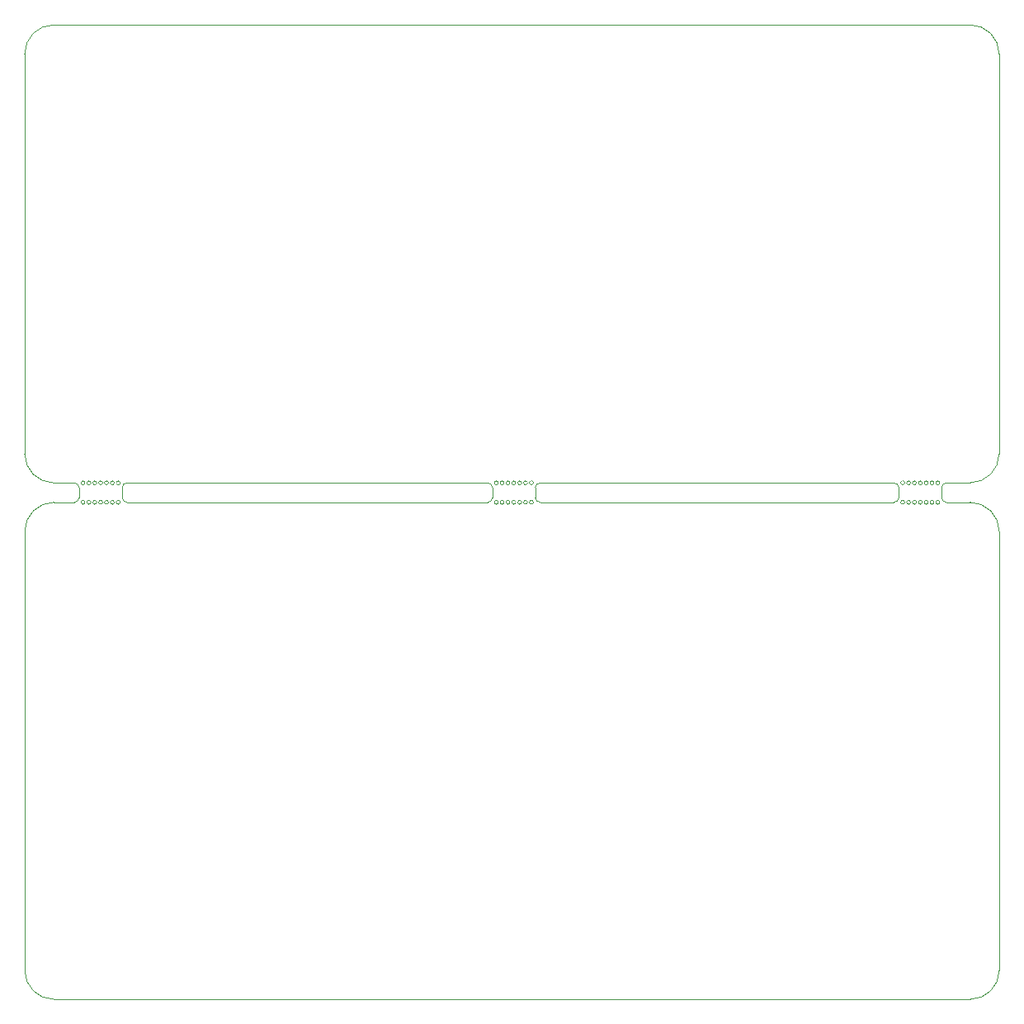
<source format=gbr>
%TF.GenerationSoftware,KiCad,Pcbnew,8.0.5*%
%TF.CreationDate,2024-10-06T16:45:38+11:00*%
%TF.ProjectId,TetrisKeyboard,54657472-6973-44b6-9579-626f6172642e,rev?*%
%TF.SameCoordinates,Original*%
%TF.FileFunction,Profile,NP*%
%FSLAX46Y46*%
G04 Gerber Fmt 4.6, Leading zero omitted, Abs format (unit mm)*
G04 Created by KiCad (PCBNEW 8.0.5) date 2024-10-06 16:45:38*
%MOMM*%
%LPD*%
G01*
G04 APERTURE LIST*
%TA.AperFunction,Profile*%
%ADD10C,0.050000*%
%TD*%
G04 APERTURE END LIST*
D10*
X67800000Y-78800000D02*
G75*
G02*
X67400000Y-78800000I-200000J0D01*
G01*
X67400000Y-78800000D02*
G75*
G02*
X67800000Y-78800000I200000J0D01*
G01*
X27800000Y-80800000D02*
G75*
G02*
X27400000Y-80800000I-200000J0D01*
G01*
X27400000Y-80800000D02*
G75*
G02*
X27800000Y-80800000I200000J0D01*
G01*
X115600000Y-78800000D02*
X113200000Y-78800000D01*
X18600000Y-34800000D02*
G75*
G02*
X21600000Y-31800000I3000000J0D01*
G01*
X69000000Y-78800000D02*
G75*
G02*
X68600000Y-78800000I-200000J0D01*
G01*
X68600000Y-78800000D02*
G75*
G02*
X69000000Y-78800000I200000J0D01*
G01*
X108900000Y-78800000D02*
G75*
G02*
X108500000Y-78800000I-200000J0D01*
G01*
X108500000Y-78800000D02*
G75*
G02*
X108900000Y-78800000I200000J0D01*
G01*
X66600000Y-79300000D02*
X66600000Y-80300000D01*
X28400000Y-80800000D02*
G75*
G02*
X28000000Y-80800000I-200000J0D01*
G01*
X28000000Y-80800000D02*
G75*
G02*
X28400000Y-80800000I200000J0D01*
G01*
X111300000Y-78800000D02*
G75*
G02*
X110900000Y-78800000I-200000J0D01*
G01*
X110900000Y-78800000D02*
G75*
G02*
X111300000Y-78800000I200000J0D01*
G01*
X111900000Y-78800000D02*
G75*
G02*
X111500000Y-78800000I-200000J0D01*
G01*
X111500000Y-78800000D02*
G75*
G02*
X111900000Y-78800000I200000J0D01*
G01*
X108300000Y-80300000D02*
G75*
G02*
X107800000Y-80800000I-500000J0D01*
G01*
X111300000Y-80800000D02*
G75*
G02*
X110900000Y-80800000I-200000J0D01*
G01*
X110900000Y-80800000D02*
G75*
G02*
X111300000Y-80800000I200000J0D01*
G01*
X67200000Y-78800000D02*
G75*
G02*
X66800000Y-78800000I-200000J0D01*
G01*
X66800000Y-78800000D02*
G75*
G02*
X67200000Y-78800000I200000J0D01*
G01*
X112500000Y-80800000D02*
G75*
G02*
X112100000Y-80800000I-200000J0D01*
G01*
X112100000Y-80800000D02*
G75*
G02*
X112500000Y-80800000I200000J0D01*
G01*
X24800000Y-80800000D02*
G75*
G02*
X24400000Y-80800000I-200000J0D01*
G01*
X24400000Y-80800000D02*
G75*
G02*
X24800000Y-80800000I200000J0D01*
G01*
X18600000Y-75800000D02*
X18600000Y-34800000D01*
X69000000Y-80800000D02*
G75*
G02*
X68600000Y-80800000I-200000J0D01*
G01*
X68600000Y-80800000D02*
G75*
G02*
X69000000Y-80800000I200000J0D01*
G01*
X66600000Y-80300000D02*
G75*
G02*
X66100000Y-80800000I-500000J0D01*
G01*
X118600000Y-75800000D02*
G75*
G02*
X115600000Y-78800000I-3000000J0D01*
G01*
X21600000Y-78800000D02*
G75*
G02*
X18600000Y-75800000I0J3000000D01*
G01*
X115610000Y-131800000D02*
X21610000Y-131800000D01*
X70800000Y-80800000D02*
G75*
G02*
X70400000Y-80800000I-200000J0D01*
G01*
X70400000Y-80800000D02*
G75*
G02*
X70800000Y-80800000I200000J0D01*
G01*
X24800000Y-78800000D02*
G75*
G02*
X24400000Y-78800000I-200000J0D01*
G01*
X24400000Y-78800000D02*
G75*
G02*
X24800000Y-78800000I200000J0D01*
G01*
X69600000Y-80800000D02*
G75*
G02*
X69200000Y-80800000I-200000J0D01*
G01*
X69200000Y-80800000D02*
G75*
G02*
X69600000Y-80800000I200000J0D01*
G01*
X70200000Y-80800000D02*
G75*
G02*
X69800000Y-80800000I-200000J0D01*
G01*
X69800000Y-80800000D02*
G75*
G02*
X70200000Y-80800000I200000J0D01*
G01*
X29100000Y-80800000D02*
X66100000Y-80800000D01*
X107800000Y-78800000D02*
G75*
G02*
X108300000Y-79300000I0J-500000D01*
G01*
X110100000Y-80800000D02*
G75*
G02*
X109700000Y-80800000I-200000J0D01*
G01*
X109700000Y-80800000D02*
G75*
G02*
X110100000Y-80800000I200000J0D01*
G01*
X24200000Y-80300000D02*
G75*
G02*
X23700000Y-80800000I-500000J0D01*
G01*
X115610000Y-80800000D02*
G75*
G02*
X118610000Y-83800000I0J-3000000D01*
G01*
X24200000Y-79300000D02*
X24200000Y-80300000D01*
X26000000Y-80800000D02*
G75*
G02*
X25600000Y-80800000I-200000J0D01*
G01*
X25600000Y-80800000D02*
G75*
G02*
X26000000Y-80800000I200000J0D01*
G01*
X110100000Y-78800000D02*
G75*
G02*
X109700000Y-78800000I-200000J0D01*
G01*
X109700000Y-78800000D02*
G75*
G02*
X110100000Y-78800000I200000J0D01*
G01*
X109500000Y-78800000D02*
G75*
G02*
X109100000Y-78800000I-200000J0D01*
G01*
X109100000Y-78800000D02*
G75*
G02*
X109500000Y-78800000I200000J0D01*
G01*
X25400000Y-80800000D02*
G75*
G02*
X25000000Y-80800000I-200000J0D01*
G01*
X25000000Y-80800000D02*
G75*
G02*
X25400000Y-80800000I200000J0D01*
G01*
X28600000Y-79300000D02*
G75*
G02*
X29100000Y-78800000I500000J0D01*
G01*
X26600000Y-78800000D02*
G75*
G02*
X26200000Y-78800000I-200000J0D01*
G01*
X26200000Y-78800000D02*
G75*
G02*
X26600000Y-78800000I200000J0D01*
G01*
X21610000Y-80800000D02*
X23700000Y-80800000D01*
X18610000Y-83800000D02*
G75*
G02*
X21610000Y-80800000I3000000J0D01*
G01*
X66100000Y-78800000D02*
G75*
G02*
X66600000Y-79300000I0J-500000D01*
G01*
X108900000Y-80800000D02*
G75*
G02*
X108500000Y-80800000I-200000J0D01*
G01*
X108500000Y-80800000D02*
G75*
G02*
X108900000Y-80800000I200000J0D01*
G01*
X112700000Y-79300000D02*
X112700000Y-80300000D01*
X28600000Y-79300000D02*
X28600000Y-80300000D01*
X112500000Y-78800000D02*
G75*
G02*
X112100000Y-78800000I-200000J0D01*
G01*
X112100000Y-78800000D02*
G75*
G02*
X112500000Y-78800000I200000J0D01*
G01*
X67200000Y-80800000D02*
G75*
G02*
X66800000Y-80800000I-200000J0D01*
G01*
X66800000Y-80800000D02*
G75*
G02*
X67200000Y-80800000I200000J0D01*
G01*
X118610000Y-128800000D02*
G75*
G02*
X115610000Y-131800000I-3000000J0D01*
G01*
X67800000Y-80800000D02*
G75*
G02*
X67400000Y-80800000I-200000J0D01*
G01*
X67400000Y-80800000D02*
G75*
G02*
X67800000Y-80800000I200000J0D01*
G01*
X110700000Y-78800000D02*
G75*
G02*
X110300000Y-78800000I-200000J0D01*
G01*
X110300000Y-78800000D02*
G75*
G02*
X110700000Y-78800000I200000J0D01*
G01*
X113200000Y-80800000D02*
G75*
G02*
X112700000Y-80300000I0J500000D01*
G01*
X29100000Y-78800000D02*
X66100000Y-78800000D01*
X27200000Y-78800000D02*
G75*
G02*
X26800000Y-78800000I-200000J0D01*
G01*
X26800000Y-78800000D02*
G75*
G02*
X27200000Y-78800000I200000J0D01*
G01*
X111900000Y-80800000D02*
G75*
G02*
X111500000Y-80800000I-200000J0D01*
G01*
X111500000Y-80800000D02*
G75*
G02*
X111900000Y-80800000I200000J0D01*
G01*
X70800000Y-78800000D02*
G75*
G02*
X70400000Y-78800000I-200000J0D01*
G01*
X70400000Y-78800000D02*
G75*
G02*
X70800000Y-78800000I200000J0D01*
G01*
X68400000Y-80800000D02*
G75*
G02*
X68000000Y-80800000I-200000J0D01*
G01*
X68000000Y-80800000D02*
G75*
G02*
X68400000Y-80800000I200000J0D01*
G01*
X23700000Y-78800000D02*
X21600000Y-78800000D01*
X113200000Y-80800000D02*
X115610000Y-80800000D01*
X71500000Y-80800000D02*
X107800000Y-80800000D01*
X115600000Y-31800000D02*
G75*
G02*
X118600000Y-34800000I0J-3000000D01*
G01*
X26000000Y-78800000D02*
G75*
G02*
X25600000Y-78800000I-200000J0D01*
G01*
X25600000Y-78800000D02*
G75*
G02*
X26000000Y-78800000I200000J0D01*
G01*
X21600000Y-31800000D02*
X115600000Y-31800000D01*
X68400000Y-78800000D02*
G75*
G02*
X68000000Y-78800000I-200000J0D01*
G01*
X68000000Y-78800000D02*
G75*
G02*
X68400000Y-78800000I200000J0D01*
G01*
X28400000Y-78800000D02*
G75*
G02*
X28000000Y-78800000I-200000J0D01*
G01*
X28000000Y-78800000D02*
G75*
G02*
X28400000Y-78800000I200000J0D01*
G01*
X107800000Y-78800000D02*
X71500000Y-78800000D01*
X26600000Y-80800000D02*
G75*
G02*
X26200000Y-80800000I-200000J0D01*
G01*
X26200000Y-80800000D02*
G75*
G02*
X26600000Y-80800000I200000J0D01*
G01*
X112700000Y-79300000D02*
G75*
G02*
X113200000Y-78800000I500000J0D01*
G01*
X71500000Y-80800000D02*
G75*
G02*
X71000000Y-80300000I0J500000D01*
G01*
X25400000Y-78800000D02*
G75*
G02*
X25000000Y-78800000I-200000J0D01*
G01*
X25000000Y-78800000D02*
G75*
G02*
X25400000Y-78800000I200000J0D01*
G01*
X70200000Y-78800000D02*
G75*
G02*
X69800000Y-78800000I-200000J0D01*
G01*
X69800000Y-78800000D02*
G75*
G02*
X70200000Y-78800000I200000J0D01*
G01*
X71000000Y-79300000D02*
G75*
G02*
X71500000Y-78800000I500000J0D01*
G01*
X27200000Y-80800000D02*
G75*
G02*
X26800000Y-80800000I-200000J0D01*
G01*
X26800000Y-80800000D02*
G75*
G02*
X27200000Y-80800000I200000J0D01*
G01*
X110700000Y-80800000D02*
G75*
G02*
X110300000Y-80800000I-200000J0D01*
G01*
X110300000Y-80800000D02*
G75*
G02*
X110700000Y-80800000I200000J0D01*
G01*
X118600000Y-34800000D02*
X118600000Y-75800000D01*
X69600000Y-78800000D02*
G75*
G02*
X69200000Y-78800000I-200000J0D01*
G01*
X69200000Y-78800000D02*
G75*
G02*
X69600000Y-78800000I200000J0D01*
G01*
X23700000Y-78800000D02*
G75*
G02*
X24200000Y-79300000I0J-500000D01*
G01*
X108300000Y-79300000D02*
X108300000Y-80300000D01*
X27800000Y-78800000D02*
G75*
G02*
X27400000Y-78800000I-200000J0D01*
G01*
X27400000Y-78800000D02*
G75*
G02*
X27800000Y-78800000I200000J0D01*
G01*
X109500000Y-80800000D02*
G75*
G02*
X109100000Y-80800000I-200000J0D01*
G01*
X109100000Y-80800000D02*
G75*
G02*
X109500000Y-80800000I200000J0D01*
G01*
X118610000Y-83800000D02*
X118610000Y-128800000D01*
X18610000Y-128800000D02*
X18610000Y-83800000D01*
X21610000Y-131800000D02*
G75*
G02*
X18610000Y-128800000I0J3000000D01*
G01*
X71000000Y-79300000D02*
X71000000Y-80300000D01*
X29100000Y-80800000D02*
G75*
G02*
X28600000Y-80300000I0J500000D01*
G01*
M02*

</source>
